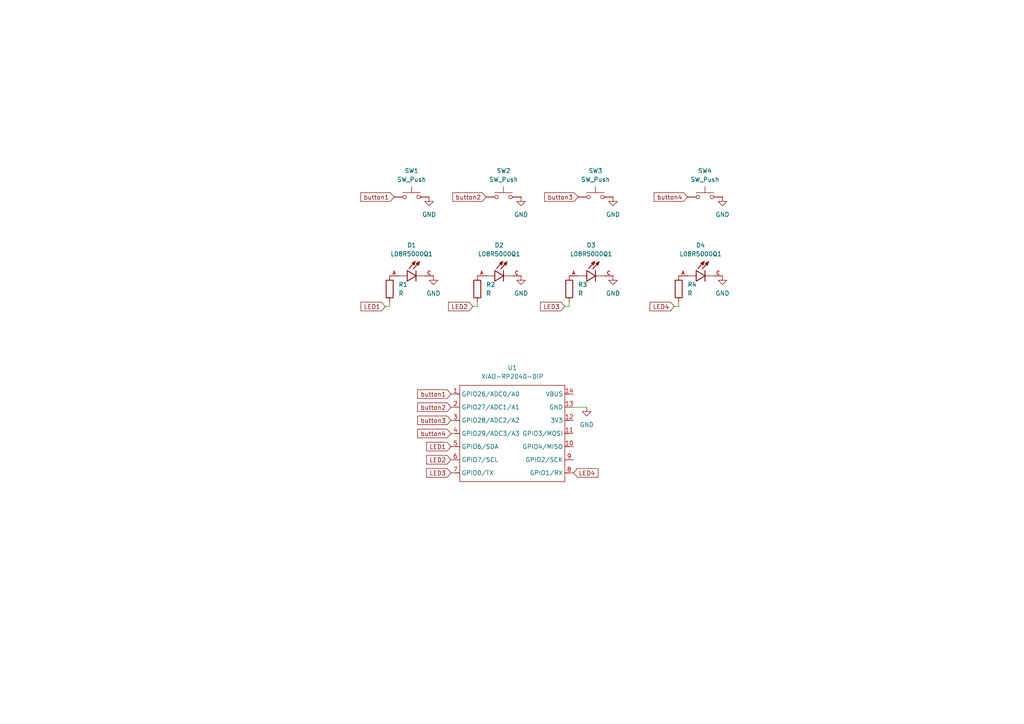
<source format=kicad_sch>
(kicad_sch
	(version 20250114)
	(generator "eeschema")
	(generator_version "9.0")
	(uuid "883f3e4b-8cf5-43e1-9543-89cbd9807772")
	(paper "A4")
	(lib_symbols
		(symbol "Device:R"
			(pin_numbers
				(hide yes)
			)
			(pin_names
				(offset 0)
			)
			(exclude_from_sim no)
			(in_bom yes)
			(on_board yes)
			(property "Reference" "R"
				(at 2.032 0 90)
				(effects
					(font
						(size 1.27 1.27)
					)
				)
			)
			(property "Value" "R"
				(at 0 0 90)
				(effects
					(font
						(size 1.27 1.27)
					)
				)
			)
			(property "Footprint" ""
				(at -1.778 0 90)
				(effects
					(font
						(size 1.27 1.27)
					)
					(hide yes)
				)
			)
			(property "Datasheet" "~"
				(at 0 0 0)
				(effects
					(font
						(size 1.27 1.27)
					)
					(hide yes)
				)
			)
			(property "Description" "Resistor"
				(at 0 0 0)
				(effects
					(font
						(size 1.27 1.27)
					)
					(hide yes)
				)
			)
			(property "ki_keywords" "R res resistor"
				(at 0 0 0)
				(effects
					(font
						(size 1.27 1.27)
					)
					(hide yes)
				)
			)
			(property "ki_fp_filters" "R_*"
				(at 0 0 0)
				(effects
					(font
						(size 1.27 1.27)
					)
					(hide yes)
				)
			)
			(symbol "R_0_1"
				(rectangle
					(start -1.016 -2.54)
					(end 1.016 2.54)
					(stroke
						(width 0.254)
						(type default)
					)
					(fill
						(type none)
					)
				)
			)
			(symbol "R_1_1"
				(pin passive line
					(at 0 3.81 270)
					(length 1.27)
					(name "~"
						(effects
							(font
								(size 1.27 1.27)
							)
						)
					)
					(number "1"
						(effects
							(font
								(size 1.27 1.27)
							)
						)
					)
				)
				(pin passive line
					(at 0 -3.81 90)
					(length 1.27)
					(name "~"
						(effects
							(font
								(size 1.27 1.27)
							)
						)
					)
					(number "2"
						(effects
							(font
								(size 1.27 1.27)
							)
						)
					)
				)
			)
			(embedded_fonts no)
		)
		(symbol "L08R5000Q1:L08R5000Q1"
			(pin_names
				(offset 1.016)
			)
			(exclude_from_sim no)
			(in_bom yes)
			(on_board yes)
			(property "Reference" "D"
				(at -3.0988 4.4958 0)
				(effects
					(font
						(size 1.27 1.27)
					)
					(justify left bottom)
				)
			)
			(property "Value" "L08R5000Q1"
				(at -3.556 -3.302 0)
				(effects
					(font
						(size 1.27 1.27)
					)
					(justify left bottom)
				)
			)
			(property "Footprint" "L08R5000Q1:LEDRD254W57D500H1070"
				(at 0 0 0)
				(effects
					(font
						(size 1.27 1.27)
					)
					(justify bottom)
					(hide yes)
				)
			)
			(property "Datasheet" ""
				(at 0 0 0)
				(effects
					(font
						(size 1.27 1.27)
					)
					(hide yes)
				)
			)
			(property "Description" ""
				(at 0 0 0)
				(effects
					(font
						(size 1.27 1.27)
					)
					(hide yes)
				)
			)
			(property "MF" "LED Technology"
				(at 0 0 0)
				(effects
					(font
						(size 1.27 1.27)
					)
					(justify bottom)
					(hide yes)
				)
			)
			(property "MAXIMUM_PACKAGE_HEIGHT" "10.7mm"
				(at 0 0 0)
				(effects
					(font
						(size 1.27 1.27)
					)
					(justify bottom)
					(hide yes)
				)
			)
			(property "Package" "None"
				(at 0 0 0)
				(effects
					(font
						(size 1.27 1.27)
					)
					(justify bottom)
					(hide yes)
				)
			)
			(property "Price" "None"
				(at 0 0 0)
				(effects
					(font
						(size 1.27 1.27)
					)
					(justify bottom)
					(hide yes)
				)
			)
			(property "Check_prices" "https://www.snapeda.com/parts/L08R5000Q1/LED+Technology/view-part/?ref=eda"
				(at 0 0 0)
				(effects
					(font
						(size 1.27 1.27)
					)
					(justify bottom)
					(hide yes)
				)
			)
			(property "STANDARD" "IPC-7351B"
				(at 0 0 0)
				(effects
					(font
						(size 1.27 1.27)
					)
					(justify bottom)
					(hide yes)
				)
			)
			(property "PARTREV" "NA"
				(at 0 0 0)
				(effects
					(font
						(size 1.27 1.27)
					)
					(justify bottom)
					(hide yes)
				)
			)
			(property "SnapEDA_Link" "https://www.snapeda.com/parts/L08R5000Q1/LED+Technology/view-part/?ref=snap"
				(at 0 0 0)
				(effects
					(font
						(size 1.27 1.27)
					)
					(justify bottom)
					(hide yes)
				)
			)
			(property "MP" "L08R5000Q1"
				(at 0 0 0)
				(effects
					(font
						(size 1.27 1.27)
					)
					(justify bottom)
					(hide yes)
				)
			)
			(property "Description_1" "LED, 5MM, ORANGE; LED / Lamp Size: 5mm / T-1 3/4; LED Colour: Orange; Typ Luminous Intensity: 4.3mcd; Viewing Angle: ..."
				(at 0 0 0)
				(effects
					(font
						(size 1.27 1.27)
					)
					(justify bottom)
					(hide yes)
				)
			)
			(property "Availability" "Not in stock"
				(at 0 0 0)
				(effects
					(font
						(size 1.27 1.27)
					)
					(justify bottom)
					(hide yes)
				)
			)
			(property "MANUFACTURER" "LED TECHNOLOGY"
				(at 0 0 0)
				(effects
					(font
						(size 1.27 1.27)
					)
					(justify bottom)
					(hide yes)
				)
			)
			(symbol "L08R5000Q1_0_0"
				(polyline
					(pts
						(xy -2.54 1.524) (xy -2.54 0)
					)
					(stroke
						(width 0.254)
						(type default)
					)
					(fill
						(type none)
					)
				)
				(polyline
					(pts
						(xy -2.54 0) (xy -5.08 0)
					)
					(stroke
						(width 0.1524)
						(type default)
					)
					(fill
						(type none)
					)
				)
				(polyline
					(pts
						(xy -2.54 0) (xy -2.54 -1.524)
					)
					(stroke
						(width 0.254)
						(type default)
					)
					(fill
						(type none)
					)
				)
				(polyline
					(pts
						(xy -2.54 -1.524) (xy 0 0)
					)
					(stroke
						(width 0.254)
						(type default)
					)
					(fill
						(type none)
					)
				)
				(polyline
					(pts
						(xy -1.1176 3.683) (xy -0.2286 4.1656)
					)
					(stroke
						(width 0.254)
						(type default)
					)
					(fill
						(type none)
					)
				)
				(polyline
					(pts
						(xy -0.9398 3.6068) (xy -0.7112 3.7592)
					)
					(stroke
						(width 0.254)
						(type default)
					)
					(fill
						(type none)
					)
				)
				(polyline
					(pts
						(xy -0.5588 3.2004) (xy -1.1176 3.683)
					)
					(stroke
						(width 0.254)
						(type default)
					)
					(fill
						(type none)
					)
				)
				(polyline
					(pts
						(xy -0.5588 3.2004) (xy -0.5334 3.937)
					)
					(stroke
						(width 0.254)
						(type default)
					)
					(fill
						(type none)
					)
				)
				(polyline
					(pts
						(xy -0.5334 3.937) (xy -0.6604 3.937)
					)
					(stroke
						(width 0.254)
						(type default)
					)
					(fill
						(type none)
					)
				)
				(polyline
					(pts
						(xy -0.2286 4.1656) (xy -2.0066 2.1336)
					)
					(stroke
						(width 0.254)
						(type default)
					)
					(fill
						(type none)
					)
				)
				(polyline
					(pts
						(xy -0.2286 4.1656) (xy -0.5588 3.2004)
					)
					(stroke
						(width 0.254)
						(type default)
					)
					(fill
						(type none)
					)
				)
				(polyline
					(pts
						(xy 0 1.524) (xy 0 0)
					)
					(stroke
						(width 0.254)
						(type default)
					)
					(fill
						(type none)
					)
				)
				(polyline
					(pts
						(xy 0 0) (xy -2.54 1.524)
					)
					(stroke
						(width 0.254)
						(type default)
					)
					(fill
						(type none)
					)
				)
				(polyline
					(pts
						(xy 0 0) (xy 0 -1.524)
					)
					(stroke
						(width 0.254)
						(type default)
					)
					(fill
						(type none)
					)
				)
				(polyline
					(pts
						(xy 0.127 3.5814) (xy 1.016 4.064)
					)
					(stroke
						(width 0.254)
						(type default)
					)
					(fill
						(type none)
					)
				)
				(polyline
					(pts
						(xy 0.3048 3.5052) (xy 0.5334 3.6576)
					)
					(stroke
						(width 0.254)
						(type default)
					)
					(fill
						(type none)
					)
				)
				(polyline
					(pts
						(xy 0.6858 3.0988) (xy 0.127 3.5814)
					)
					(stroke
						(width 0.254)
						(type default)
					)
					(fill
						(type none)
					)
				)
				(polyline
					(pts
						(xy 0.6858 3.0988) (xy 0.7112 3.8354)
					)
					(stroke
						(width 0.254)
						(type default)
					)
					(fill
						(type none)
					)
				)
				(polyline
					(pts
						(xy 0.7112 3.8354) (xy 0.5842 3.8354)
					)
					(stroke
						(width 0.254)
						(type default)
					)
					(fill
						(type none)
					)
				)
				(polyline
					(pts
						(xy 1.016 4.064) (xy -0.762 2.032)
					)
					(stroke
						(width 0.254)
						(type default)
					)
					(fill
						(type none)
					)
				)
				(polyline
					(pts
						(xy 1.016 4.064) (xy 0.6858 3.0988)
					)
					(stroke
						(width 0.254)
						(type default)
					)
					(fill
						(type none)
					)
				)
				(polyline
					(pts
						(xy 2.54 0) (xy 0 0)
					)
					(stroke
						(width 0.1524)
						(type default)
					)
					(fill
						(type none)
					)
				)
				(pin passive line
					(at -7.62 0 0)
					(length 2.54)
					(name "~"
						(effects
							(font
								(size 1.016 1.016)
							)
						)
					)
					(number "A"
						(effects
							(font
								(size 1.016 1.016)
							)
						)
					)
				)
				(pin passive line
					(at 5.08 0 180)
					(length 2.54)
					(name "~"
						(effects
							(font
								(size 1.016 1.016)
							)
						)
					)
					(number "C"
						(effects
							(font
								(size 1.016 1.016)
							)
						)
					)
				)
			)
			(embedded_fonts no)
		)
		(symbol "Seeed_Studio_XIAO_Series:XIAO-RP2040-DIP"
			(exclude_from_sim no)
			(in_bom yes)
			(on_board yes)
			(property "Reference" "U"
				(at 0 0 0)
				(effects
					(font
						(size 1.27 1.27)
					)
				)
			)
			(property "Value" "XIAO-RP2040-DIP"
				(at 5.334 -1.778 0)
				(effects
					(font
						(size 1.27 1.27)
					)
				)
			)
			(property "Footprint" "Module:MOUDLE14P-XIAO-DIP-SMD"
				(at 14.478 -32.258 0)
				(effects
					(font
						(size 1.27 1.27)
					)
					(hide yes)
				)
			)
			(property "Datasheet" ""
				(at 0 0 0)
				(effects
					(font
						(size 1.27 1.27)
					)
					(hide yes)
				)
			)
			(property "Description" ""
				(at 0 0 0)
				(effects
					(font
						(size 1.27 1.27)
					)
					(hide yes)
				)
			)
			(symbol "XIAO-RP2040-DIP_1_0"
				(polyline
					(pts
						(xy -1.27 -2.54) (xy 29.21 -2.54)
					)
					(stroke
						(width 0.1524)
						(type solid)
					)
					(fill
						(type none)
					)
				)
				(polyline
					(pts
						(xy -1.27 -5.08) (xy -2.54 -5.08)
					)
					(stroke
						(width 0.1524)
						(type solid)
					)
					(fill
						(type none)
					)
				)
				(polyline
					(pts
						(xy -1.27 -5.08) (xy -1.27 -2.54)
					)
					(stroke
						(width 0.1524)
						(type solid)
					)
					(fill
						(type none)
					)
				)
				(polyline
					(pts
						(xy -1.27 -8.89) (xy -2.54 -8.89)
					)
					(stroke
						(width 0.1524)
						(type solid)
					)
					(fill
						(type none)
					)
				)
				(polyline
					(pts
						(xy -1.27 -8.89) (xy -1.27 -5.08)
					)
					(stroke
						(width 0.1524)
						(type solid)
					)
					(fill
						(type none)
					)
				)
				(polyline
					(pts
						(xy -1.27 -12.7) (xy -2.54 -12.7)
					)
					(stroke
						(width 0.1524)
						(type solid)
					)
					(fill
						(type none)
					)
				)
				(polyline
					(pts
						(xy -1.27 -12.7) (xy -1.27 -8.89)
					)
					(stroke
						(width 0.1524)
						(type solid)
					)
					(fill
						(type none)
					)
				)
				(polyline
					(pts
						(xy -1.27 -16.51) (xy -2.54 -16.51)
					)
					(stroke
						(width 0.1524)
						(type solid)
					)
					(fill
						(type none)
					)
				)
				(polyline
					(pts
						(xy -1.27 -16.51) (xy -1.27 -12.7)
					)
					(stroke
						(width 0.1524)
						(type solid)
					)
					(fill
						(type none)
					)
				)
				(polyline
					(pts
						(xy -1.27 -20.32) (xy -2.54 -20.32)
					)
					(stroke
						(width 0.1524)
						(type solid)
					)
					(fill
						(type none)
					)
				)
				(polyline
					(pts
						(xy -1.27 -24.13) (xy -2.54 -24.13)
					)
					(stroke
						(width 0.1524)
						(type solid)
					)
					(fill
						(type none)
					)
				)
				(polyline
					(pts
						(xy -1.27 -27.94) (xy -2.54 -27.94)
					)
					(stroke
						(width 0.1524)
						(type solid)
					)
					(fill
						(type none)
					)
				)
				(polyline
					(pts
						(xy -1.27 -30.48) (xy -1.27 -16.51)
					)
					(stroke
						(width 0.1524)
						(type solid)
					)
					(fill
						(type none)
					)
				)
				(polyline
					(pts
						(xy 29.21 -2.54) (xy 29.21 -5.08)
					)
					(stroke
						(width 0.1524)
						(type solid)
					)
					(fill
						(type none)
					)
				)
				(polyline
					(pts
						(xy 29.21 -5.08) (xy 29.21 -8.89)
					)
					(stroke
						(width 0.1524)
						(type solid)
					)
					(fill
						(type none)
					)
				)
				(polyline
					(pts
						(xy 29.21 -8.89) (xy 29.21 -12.7)
					)
					(stroke
						(width 0.1524)
						(type solid)
					)
					(fill
						(type none)
					)
				)
				(polyline
					(pts
						(xy 29.21 -12.7) (xy 29.21 -30.48)
					)
					(stroke
						(width 0.1524)
						(type solid)
					)
					(fill
						(type none)
					)
				)
				(polyline
					(pts
						(xy 29.21 -30.48) (xy -1.27 -30.48)
					)
					(stroke
						(width 0.1524)
						(type solid)
					)
					(fill
						(type none)
					)
				)
				(polyline
					(pts
						(xy 30.48 -5.08) (xy 29.21 -5.08)
					)
					(stroke
						(width 0.1524)
						(type solid)
					)
					(fill
						(type none)
					)
				)
				(polyline
					(pts
						(xy 30.48 -8.89) (xy 29.21 -8.89)
					)
					(stroke
						(width 0.1524)
						(type solid)
					)
					(fill
						(type none)
					)
				)
				(polyline
					(pts
						(xy 30.48 -12.7) (xy 29.21 -12.7)
					)
					(stroke
						(width 0.1524)
						(type solid)
					)
					(fill
						(type none)
					)
				)
				(polyline
					(pts
						(xy 30.48 -16.51) (xy 29.21 -16.51)
					)
					(stroke
						(width 0.1524)
						(type solid)
					)
					(fill
						(type none)
					)
				)
				(polyline
					(pts
						(xy 30.48 -20.32) (xy 29.21 -20.32)
					)
					(stroke
						(width 0.1524)
						(type solid)
					)
					(fill
						(type none)
					)
				)
				(polyline
					(pts
						(xy 30.48 -24.13) (xy 29.21 -24.13)
					)
					(stroke
						(width 0.1524)
						(type solid)
					)
					(fill
						(type none)
					)
				)
				(polyline
					(pts
						(xy 30.48 -27.94) (xy 29.21 -27.94)
					)
					(stroke
						(width 0.1524)
						(type solid)
					)
					(fill
						(type none)
					)
				)
				(pin passive line
					(at -3.81 -5.08 0)
					(length 2.54)
					(name "GPIO26/ADC0/A0"
						(effects
							(font
								(size 1.27 1.27)
							)
						)
					)
					(number "1"
						(effects
							(font
								(size 1.27 1.27)
							)
						)
					)
				)
				(pin passive line
					(at -3.81 -8.89 0)
					(length 2.54)
					(name "GPIO27/ADC1/A1"
						(effects
							(font
								(size 1.27 1.27)
							)
						)
					)
					(number "2"
						(effects
							(font
								(size 1.27 1.27)
							)
						)
					)
				)
				(pin passive line
					(at -3.81 -12.7 0)
					(length 2.54)
					(name "GPIO28/ADC2/A2"
						(effects
							(font
								(size 1.27 1.27)
							)
						)
					)
					(number "3"
						(effects
							(font
								(size 1.27 1.27)
							)
						)
					)
				)
				(pin passive line
					(at -3.81 -16.51 0)
					(length 2.54)
					(name "GPIO29/ADC3/A3"
						(effects
							(font
								(size 1.27 1.27)
							)
						)
					)
					(number "4"
						(effects
							(font
								(size 1.27 1.27)
							)
						)
					)
				)
				(pin passive line
					(at -3.81 -20.32 0)
					(length 2.54)
					(name "GPIO6/SDA"
						(effects
							(font
								(size 1.27 1.27)
							)
						)
					)
					(number "5"
						(effects
							(font
								(size 1.27 1.27)
							)
						)
					)
				)
				(pin passive line
					(at -3.81 -24.13 0)
					(length 2.54)
					(name "GPIO7/SCL"
						(effects
							(font
								(size 1.27 1.27)
							)
						)
					)
					(number "6"
						(effects
							(font
								(size 1.27 1.27)
							)
						)
					)
				)
				(pin passive line
					(at -3.81 -27.94 0)
					(length 2.54)
					(name "GPIO0/TX"
						(effects
							(font
								(size 1.27 1.27)
							)
						)
					)
					(number "7"
						(effects
							(font
								(size 1.27 1.27)
							)
						)
					)
				)
				(pin passive line
					(at 31.75 -5.08 180)
					(length 2.54)
					(name "VBUS"
						(effects
							(font
								(size 1.27 1.27)
							)
						)
					)
					(number "14"
						(effects
							(font
								(size 1.27 1.27)
							)
						)
					)
				)
				(pin passive line
					(at 31.75 -8.89 180)
					(length 2.54)
					(name "GND"
						(effects
							(font
								(size 1.27 1.27)
							)
						)
					)
					(number "13"
						(effects
							(font
								(size 1.27 1.27)
							)
						)
					)
				)
				(pin passive line
					(at 31.75 -12.7 180)
					(length 2.54)
					(name "3V3"
						(effects
							(font
								(size 1.27 1.27)
							)
						)
					)
					(number "12"
						(effects
							(font
								(size 1.27 1.27)
							)
						)
					)
				)
				(pin passive line
					(at 31.75 -16.51 180)
					(length 2.54)
					(name "GPIO3/MOSI"
						(effects
							(font
								(size 1.27 1.27)
							)
						)
					)
					(number "11"
						(effects
							(font
								(size 1.27 1.27)
							)
						)
					)
				)
				(pin passive line
					(at 31.75 -20.32 180)
					(length 2.54)
					(name "GPIO4/MISO"
						(effects
							(font
								(size 1.27 1.27)
							)
						)
					)
					(number "10"
						(effects
							(font
								(size 1.27 1.27)
							)
						)
					)
				)
				(pin passive line
					(at 31.75 -24.13 180)
					(length 2.54)
					(name "GPIO2/SCK"
						(effects
							(font
								(size 1.27 1.27)
							)
						)
					)
					(number "9"
						(effects
							(font
								(size 1.27 1.27)
							)
						)
					)
				)
				(pin passive line
					(at 31.75 -27.94 180)
					(length 2.54)
					(name "GPIO1/RX"
						(effects
							(font
								(size 1.27 1.27)
							)
						)
					)
					(number "8"
						(effects
							(font
								(size 1.27 1.27)
							)
						)
					)
				)
			)
			(embedded_fonts no)
		)
		(symbol "Switch:SW_Push"
			(pin_numbers
				(hide yes)
			)
			(pin_names
				(offset 1.016)
				(hide yes)
			)
			(exclude_from_sim no)
			(in_bom yes)
			(on_board yes)
			(property "Reference" "SW"
				(at 1.27 2.54 0)
				(effects
					(font
						(size 1.27 1.27)
					)
					(justify left)
				)
			)
			(property "Value" "SW_Push"
				(at 0 -1.524 0)
				(effects
					(font
						(size 1.27 1.27)
					)
				)
			)
			(property "Footprint" ""
				(at 0 5.08 0)
				(effects
					(font
						(size 1.27 1.27)
					)
					(hide yes)
				)
			)
			(property "Datasheet" "~"
				(at 0 5.08 0)
				(effects
					(font
						(size 1.27 1.27)
					)
					(hide yes)
				)
			)
			(property "Description" "Push button switch, generic, two pins"
				(at 0 0 0)
				(effects
					(font
						(size 1.27 1.27)
					)
					(hide yes)
				)
			)
			(property "ki_keywords" "switch normally-open pushbutton push-button"
				(at 0 0 0)
				(effects
					(font
						(size 1.27 1.27)
					)
					(hide yes)
				)
			)
			(symbol "SW_Push_0_1"
				(circle
					(center -2.032 0)
					(radius 0.508)
					(stroke
						(width 0)
						(type default)
					)
					(fill
						(type none)
					)
				)
				(polyline
					(pts
						(xy 0 1.27) (xy 0 3.048)
					)
					(stroke
						(width 0)
						(type default)
					)
					(fill
						(type none)
					)
				)
				(circle
					(center 2.032 0)
					(radius 0.508)
					(stroke
						(width 0)
						(type default)
					)
					(fill
						(type none)
					)
				)
				(polyline
					(pts
						(xy 2.54 1.27) (xy -2.54 1.27)
					)
					(stroke
						(width 0)
						(type default)
					)
					(fill
						(type none)
					)
				)
				(pin passive line
					(at -5.08 0 0)
					(length 2.54)
					(name "1"
						(effects
							(font
								(size 1.27 1.27)
							)
						)
					)
					(number "1"
						(effects
							(font
								(size 1.27 1.27)
							)
						)
					)
				)
				(pin passive line
					(at 5.08 0 180)
					(length 2.54)
					(name "2"
						(effects
							(font
								(size 1.27 1.27)
							)
						)
					)
					(number "2"
						(effects
							(font
								(size 1.27 1.27)
							)
						)
					)
				)
			)
			(embedded_fonts no)
		)
		(symbol "power:GND"
			(power)
			(pin_numbers
				(hide yes)
			)
			(pin_names
				(offset 0)
				(hide yes)
			)
			(exclude_from_sim no)
			(in_bom yes)
			(on_board yes)
			(property "Reference" "#PWR"
				(at 0 -6.35 0)
				(effects
					(font
						(size 1.27 1.27)
					)
					(hide yes)
				)
			)
			(property "Value" "GND"
				(at 0 -3.81 0)
				(effects
					(font
						(size 1.27 1.27)
					)
				)
			)
			(property "Footprint" ""
				(at 0 0 0)
				(effects
					(font
						(size 1.27 1.27)
					)
					(hide yes)
				)
			)
			(property "Datasheet" ""
				(at 0 0 0)
				(effects
					(font
						(size 1.27 1.27)
					)
					(hide yes)
				)
			)
			(property "Description" "Power symbol creates a global label with name \"GND\" , ground"
				(at 0 0 0)
				(effects
					(font
						(size 1.27 1.27)
					)
					(hide yes)
				)
			)
			(property "ki_keywords" "global power"
				(at 0 0 0)
				(effects
					(font
						(size 1.27 1.27)
					)
					(hide yes)
				)
			)
			(symbol "GND_0_1"
				(polyline
					(pts
						(xy 0 0) (xy 0 -1.27) (xy 1.27 -1.27) (xy 0 -2.54) (xy -1.27 -1.27) (xy 0 -1.27)
					)
					(stroke
						(width 0)
						(type default)
					)
					(fill
						(type none)
					)
				)
			)
			(symbol "GND_1_1"
				(pin power_in line
					(at 0 0 270)
					(length 0)
					(name "~"
						(effects
							(font
								(size 1.27 1.27)
							)
						)
					)
					(number "1"
						(effects
							(font
								(size 1.27 1.27)
							)
						)
					)
				)
			)
			(embedded_fonts no)
		)
	)
	(wire
		(pts
			(xy 195.58 88.9) (xy 196.85 88.9)
		)
		(stroke
			(width 0)
			(type default)
		)
		(uuid "21829287-783c-4587-9cc2-d76d5a2f698f")
	)
	(wire
		(pts
			(xy 111.76 88.9) (xy 113.03 88.9)
		)
		(stroke
			(width 0)
			(type default)
		)
		(uuid "2c2a089a-80f6-4e68-a61e-6cbad0692261")
	)
	(wire
		(pts
			(xy 196.85 88.9) (xy 196.85 87.63)
		)
		(stroke
			(width 0)
			(type default)
		)
		(uuid "4e25ba90-2e63-4f0f-9797-c535625a1b11")
	)
	(wire
		(pts
			(xy 137.16 88.9) (xy 138.43 88.9)
		)
		(stroke
			(width 0)
			(type default)
		)
		(uuid "5ac5caa8-c025-4ee1-ae9d-da9183005014")
	)
	(wire
		(pts
			(xy 165.1 88.9) (xy 165.1 87.63)
		)
		(stroke
			(width 0)
			(type default)
		)
		(uuid "9104534c-235d-4aa1-b805-76e144a27de7")
	)
	(wire
		(pts
			(xy 113.03 88.9) (xy 113.03 87.63)
		)
		(stroke
			(width 0)
			(type default)
		)
		(uuid "b4b5ca11-fd3e-4ce6-a355-300fe1e945e5")
	)
	(wire
		(pts
			(xy 138.43 88.9) (xy 138.43 87.63)
		)
		(stroke
			(width 0)
			(type default)
		)
		(uuid "b7d50400-f5a5-48b1-84ad-23293e2291a3")
	)
	(wire
		(pts
			(xy 163.83 88.9) (xy 165.1 88.9)
		)
		(stroke
			(width 0)
			(type default)
		)
		(uuid "f881d46b-fd48-4598-be0f-91500270d785")
	)
	(wire
		(pts
			(xy 170.18 118.11) (xy 166.37 118.11)
		)
		(stroke
			(width 0)
			(type default)
		)
		(uuid "fd816494-e8c4-4f59-baf8-c3dcded227cf")
	)
	(global_label "LED4"
		(shape input)
		(at 166.37 137.16 0)
		(fields_autoplaced yes)
		(effects
			(font
				(size 1.27 1.27)
			)
			(justify left)
		)
		(uuid "0000d01e-a1a5-42c6-bd48-353c01fa9153")
		(property "Intersheetrefs" "${INTERSHEET_REFS}"
			(at 174.0118 137.16 0)
			(effects
				(font
					(size 1.27 1.27)
				)
				(justify left)
				(hide yes)
			)
		)
	)
	(global_label "button1"
		(shape input)
		(at 130.81 114.3 180)
		(fields_autoplaced yes)
		(effects
			(font
				(size 1.27 1.27)
			)
			(justify right)
		)
		(uuid "23a18671-ed80-4721-9285-1df10c44d57b")
		(property "Intersheetrefs" "${INTERSHEET_REFS}"
			(at 120.5679 114.3 0)
			(effects
				(font
					(size 1.27 1.27)
				)
				(justify right)
				(hide yes)
			)
		)
	)
	(global_label "button1"
		(shape input)
		(at 114.3 57.15 180)
		(fields_autoplaced yes)
		(effects
			(font
				(size 1.27 1.27)
			)
			(justify right)
		)
		(uuid "25bab6b1-04a2-4759-b377-e88d588b80bc")
		(property "Intersheetrefs" "${INTERSHEET_REFS}"
			(at 104.0579 57.15 0)
			(effects
				(font
					(size 1.27 1.27)
				)
				(justify right)
				(hide yes)
			)
		)
	)
	(global_label "LED3"
		(shape input)
		(at 130.81 137.16 180)
		(fields_autoplaced yes)
		(effects
			(font
				(size 1.27 1.27)
			)
			(justify right)
		)
		(uuid "26ea9f6a-89eb-483c-8d3d-24eff2f43f31")
		(property "Intersheetrefs" "${INTERSHEET_REFS}"
			(at 123.1682 137.16 0)
			(effects
				(font
					(size 1.27 1.27)
				)
				(justify right)
				(hide yes)
			)
		)
	)
	(global_label "button2"
		(shape input)
		(at 130.81 118.11 180)
		(fields_autoplaced yes)
		(effects
			(font
				(size 1.27 1.27)
			)
			(justify right)
		)
		(uuid "2beef77a-b416-4e3f-8e11-61119a8eff5d")
		(property "Intersheetrefs" "${INTERSHEET_REFS}"
			(at 120.5679 118.11 0)
			(effects
				(font
					(size 1.27 1.27)
				)
				(justify right)
				(hide yes)
			)
		)
	)
	(global_label "button3"
		(shape input)
		(at 130.81 121.92 180)
		(fields_autoplaced yes)
		(effects
			(font
				(size 1.27 1.27)
			)
			(justify right)
		)
		(uuid "2cb25752-0f8f-4a67-82fd-8998fcaaa258")
		(property "Intersheetrefs" "${INTERSHEET_REFS}"
			(at 120.5679 121.92 0)
			(effects
				(font
					(size 1.27 1.27)
				)
				(justify right)
				(hide yes)
			)
		)
	)
	(global_label "LED2"
		(shape input)
		(at 130.81 133.35 180)
		(fields_autoplaced yes)
		(effects
			(font
				(size 1.27 1.27)
			)
			(justify right)
		)
		(uuid "373b83b1-c361-417a-a0f6-e562378b99b7")
		(property "Intersheetrefs" "${INTERSHEET_REFS}"
			(at 123.1682 133.35 0)
			(effects
				(font
					(size 1.27 1.27)
				)
				(justify right)
				(hide yes)
			)
		)
	)
	(global_label "LED3"
		(shape input)
		(at 163.83 88.9 180)
		(fields_autoplaced yes)
		(effects
			(font
				(size 1.27 1.27)
			)
			(justify right)
		)
		(uuid "3e01ee87-2192-4479-9ba9-14870b642dbf")
		(property "Intersheetrefs" "${INTERSHEET_REFS}"
			(at 156.1882 88.9 0)
			(effects
				(font
					(size 1.27 1.27)
				)
				(justify right)
				(hide yes)
			)
		)
	)
	(global_label "LED2"
		(shape input)
		(at 137.16 88.9 180)
		(fields_autoplaced yes)
		(effects
			(font
				(size 1.27 1.27)
			)
			(justify right)
		)
		(uuid "4cc1cc1f-9ddb-4a45-9c9f-1a33c18712c1")
		(property "Intersheetrefs" "${INTERSHEET_REFS}"
			(at 129.5182 88.9 0)
			(effects
				(font
					(size 1.27 1.27)
				)
				(justify right)
				(hide yes)
			)
		)
	)
	(global_label "button4"
		(shape input)
		(at 130.81 125.73 180)
		(fields_autoplaced yes)
		(effects
			(font
				(size 1.27 1.27)
			)
			(justify right)
		)
		(uuid "509b8aa3-5298-41e6-a14b-67a4a39fcfc6")
		(property "Intersheetrefs" "${INTERSHEET_REFS}"
			(at 120.5679 125.73 0)
			(effects
				(font
					(size 1.27 1.27)
				)
				(justify right)
				(hide yes)
			)
		)
	)
	(global_label "button2"
		(shape input)
		(at 140.97 57.15 180)
		(fields_autoplaced yes)
		(effects
			(font
				(size 1.27 1.27)
			)
			(justify right)
		)
		(uuid "52366ccb-b667-41e6-bc23-8914ad533d8d")
		(property "Intersheetrefs" "${INTERSHEET_REFS}"
			(at 130.7279 57.15 0)
			(effects
				(font
					(size 1.27 1.27)
				)
				(justify right)
				(hide yes)
			)
		)
	)
	(global_label "LED1"
		(shape input)
		(at 111.76 88.9 180)
		(fields_autoplaced yes)
		(effects
			(font
				(size 1.27 1.27)
			)
			(justify right)
		)
		(uuid "8959e9cf-ba33-4153-854e-3a5a9d0a58df")
		(property "Intersheetrefs" "${INTERSHEET_REFS}"
			(at 104.1182 88.9 0)
			(effects
				(font
					(size 1.27 1.27)
				)
				(justify right)
				(hide yes)
			)
		)
	)
	(global_label "button3"
		(shape input)
		(at 167.64 57.15 180)
		(fields_autoplaced yes)
		(effects
			(font
				(size 1.27 1.27)
			)
			(justify right)
		)
		(uuid "a903530e-86e1-42a1-91d5-15651df0fe1a")
		(property "Intersheetrefs" "${INTERSHEET_REFS}"
			(at 157.3979 57.15 0)
			(effects
				(font
					(size 1.27 1.27)
				)
				(justify right)
				(hide yes)
			)
		)
	)
	(global_label "button4"
		(shape input)
		(at 199.39 57.15 180)
		(fields_autoplaced yes)
		(effects
			(font
				(size 1.27 1.27)
			)
			(justify right)
		)
		(uuid "b88a4232-ce3b-4e86-9b1d-30b98ee1d0d3")
		(property "Intersheetrefs" "${INTERSHEET_REFS}"
			(at 189.1479 57.15 0)
			(effects
				(font
					(size 1.27 1.27)
				)
				(justify right)
				(hide yes)
			)
		)
	)
	(global_label "LED4"
		(shape input)
		(at 195.58 88.9 180)
		(fields_autoplaced yes)
		(effects
			(font
				(size 1.27 1.27)
			)
			(justify right)
		)
		(uuid "cc33aea5-21db-4e74-b493-65093443dd44")
		(property "Intersheetrefs" "${INTERSHEET_REFS}"
			(at 187.9382 88.9 0)
			(effects
				(font
					(size 1.27 1.27)
				)
				(justify right)
				(hide yes)
			)
		)
	)
	(global_label "LED1"
		(shape input)
		(at 130.81 129.54 180)
		(fields_autoplaced yes)
		(effects
			(font
				(size 1.27 1.27)
			)
			(justify right)
		)
		(uuid "d3147957-b959-4917-b47c-ca17f2902e79")
		(property "Intersheetrefs" "${INTERSHEET_REFS}"
			(at 123.1682 129.54 0)
			(effects
				(font
					(size 1.27 1.27)
				)
				(justify right)
				(hide yes)
			)
		)
	)
	(symbol
		(lib_id "Device:R")
		(at 113.03 83.82 0)
		(unit 1)
		(exclude_from_sim no)
		(in_bom yes)
		(on_board yes)
		(dnp no)
		(fields_autoplaced yes)
		(uuid "090d0142-f798-435d-93e4-1b4ad81e1be0")
		(property "Reference" "R1"
			(at 115.57 82.5499 0)
			(effects
				(font
					(size 1.27 1.27)
				)
				(justify left)
			)
		)
		(property "Value" "R"
			(at 115.57 85.0899 0)
			(effects
				(font
					(size 1.27 1.27)
				)
				(justify left)
			)
		)
		(property "Footprint" "Resistor_THT:R_Axial_DIN0204_L3.6mm_D1.6mm_P5.08mm_Horizontal"
			(at 111.252 83.82 90)
			(effects
				(font
					(size 1.27 1.27)
				)
				(hide yes)
			)
		)
		(property "Datasheet" "~"
			(at 113.03 83.82 0)
			(effects
				(font
					(size 1.27 1.27)
				)
				(hide yes)
			)
		)
		(property "Description" "Resistor"
			(at 113.03 83.82 0)
			(effects
				(font
					(size 1.27 1.27)
				)
				(hide yes)
			)
		)
		(pin "1"
			(uuid "b1e53adc-6d1f-4e34-8ad9-1b84cba11571")
		)
		(pin "2"
			(uuid "f5d75b91-1adb-479e-8fef-5b25ed1bb1d2")
		)
		(instances
			(project ""
				(path "/883f3e4b-8cf5-43e1-9543-89cbd9807772"
					(reference "R1")
					(unit 1)
				)
			)
		)
	)
	(symbol
		(lib_id "L08R5000Q1:L08R5000Q1")
		(at 172.72 80.01 0)
		(unit 1)
		(exclude_from_sim no)
		(in_bom yes)
		(on_board yes)
		(dnp no)
		(fields_autoplaced yes)
		(uuid "0f8f631a-7426-4c99-b408-7dd8c07fd131")
		(property "Reference" "D3"
			(at 171.45 71.12 0)
			(effects
				(font
					(size 1.27 1.27)
				)
			)
		)
		(property "Value" "L08R5000Q1"
			(at 171.45 73.66 0)
			(effects
				(font
					(size 1.27 1.27)
				)
			)
		)
		(property "Footprint" "footprints:LEDRD254W57D500H1070"
			(at 172.72 80.01 0)
			(effects
				(font
					(size 1.27 1.27)
				)
				(justify bottom)
				(hide yes)
			)
		)
		(property "Datasheet" ""
			(at 172.72 80.01 0)
			(effects
				(font
					(size 1.27 1.27)
				)
				(hide yes)
			)
		)
		(property "Description" ""
			(at 172.72 80.01 0)
			(effects
				(font
					(size 1.27 1.27)
				)
				(hide yes)
			)
		)
		(property "MF" "LED Technology"
			(at 172.72 80.01 0)
			(effects
				(font
					(size 1.27 1.27)
				)
				(justify bottom)
				(hide yes)
			)
		)
		(property "MAXIMUM_PACKAGE_HEIGHT" "10.7mm"
			(at 172.72 80.01 0)
			(effects
				(font
					(size 1.27 1.27)
				)
				(justify bottom)
				(hide yes)
			)
		)
		(property "Package" "None"
			(at 172.72 80.01 0)
			(effects
				(font
					(size 1.27 1.27)
				)
				(justify bottom)
				(hide yes)
			)
		)
		(property "Price" "None"
			(at 172.72 80.01 0)
			(effects
				(font
					(size 1.27 1.27)
				)
				(justify bottom)
				(hide yes)
			)
		)
		(property "Check_prices" "https://www.snapeda.com/parts/L08R5000Q1/LED+Technology/view-part/?ref=eda"
			(at 172.72 80.01 0)
			(effects
				(font
					(size 1.27 1.27)
				)
				(justify bottom)
				(hide yes)
			)
		)
		(property "STANDARD" "IPC-7351B"
			(at 172.72 80.01 0)
			(effects
				(font
					(size 1.27 1.27)
				)
				(justify bottom)
				(hide yes)
			)
		)
		(property "PARTREV" "NA"
			(at 172.72 80.01 0)
			(effects
				(font
					(size 1.27 1.27)
				)
				(justify bottom)
				(hide yes)
			)
		)
		(property "SnapEDA_Link" "https://www.snapeda.com/parts/L08R5000Q1/LED+Technology/view-part/?ref=snap"
			(at 172.72 80.01 0)
			(effects
				(font
					(size 1.27 1.27)
				)
				(justify bottom)
				(hide yes)
			)
		)
		(property "MP" "L08R5000Q1"
			(at 172.72 80.01 0)
			(effects
				(font
					(size 1.27 1.27)
				)
				(justify bottom)
				(hide yes)
			)
		)
		(property "Description_1" "LED, 5MM, ORANGE; LED / Lamp Size: 5mm / T-1 3/4; LED Colour: Orange; Typ Luminous Intensity: 4.3mcd; Viewing Angle: ..."
			(at 172.72 80.01 0)
			(effects
				(font
					(size 1.27 1.27)
				)
				(justify bottom)
				(hide yes)
			)
		)
		(property "Availability" "Not in stock"
			(at 172.72 80.01 0)
			(effects
				(font
					(size 1.27 1.27)
				)
				(justify bottom)
				(hide yes)
			)
		)
		(property "MANUFACTURER" "LED TECHNOLOGY"
			(at 172.72 80.01 0)
			(effects
				(font
					(size 1.27 1.27)
				)
				(justify bottom)
				(hide yes)
			)
		)
		(pin "C"
			(uuid "8a115cac-9d81-4374-87bd-c4591f84684f")
		)
		(pin "A"
			(uuid "00bdb99d-53f9-4eaf-a9c3-ddcb4df835dd")
		)
		(instances
			(project ""
				(path "/883f3e4b-8cf5-43e1-9543-89cbd9807772"
					(reference "D3")
					(unit 1)
				)
			)
		)
	)
	(symbol
		(lib_id "power:GND")
		(at 209.55 57.15 0)
		(unit 1)
		(exclude_from_sim no)
		(in_bom yes)
		(on_board yes)
		(dnp no)
		(fields_autoplaced yes)
		(uuid "10e8f647-a99e-44e9-bfe3-ff709740ad8d")
		(property "Reference" "#PWR08"
			(at 209.55 63.5 0)
			(effects
				(font
					(size 1.27 1.27)
				)
				(hide yes)
			)
		)
		(property "Value" "GND"
			(at 209.55 62.23 0)
			(effects
				(font
					(size 1.27 1.27)
				)
			)
		)
		(property "Footprint" ""
			(at 209.55 57.15 0)
			(effects
				(font
					(size 1.27 1.27)
				)
				(hide yes)
			)
		)
		(property "Datasheet" ""
			(at 209.55 57.15 0)
			(effects
				(font
					(size 1.27 1.27)
				)
				(hide yes)
			)
		)
		(property "Description" "Power symbol creates a global label with name \"GND\" , ground"
			(at 209.55 57.15 0)
			(effects
				(font
					(size 1.27 1.27)
				)
				(hide yes)
			)
		)
		(pin "1"
			(uuid "ab78cfd3-8e84-4f44-bd8e-fe681f59531a")
		)
		(instances
			(project "pathfinderKey-Cuts"
				(path "/883f3e4b-8cf5-43e1-9543-89cbd9807772"
					(reference "#PWR08")
					(unit 1)
				)
			)
		)
	)
	(symbol
		(lib_id "power:GND")
		(at 177.8 57.15 0)
		(unit 1)
		(exclude_from_sim no)
		(in_bom yes)
		(on_board yes)
		(dnp no)
		(fields_autoplaced yes)
		(uuid "25ab72c5-ff5b-49eb-b64b-1848a3fd20d6")
		(property "Reference" "#PWR06"
			(at 177.8 63.5 0)
			(effects
				(font
					(size 1.27 1.27)
				)
				(hide yes)
			)
		)
		(property "Value" "GND"
			(at 177.8 62.23 0)
			(effects
				(font
					(size 1.27 1.27)
				)
			)
		)
		(property "Footprint" ""
			(at 177.8 57.15 0)
			(effects
				(font
					(size 1.27 1.27)
				)
				(hide yes)
			)
		)
		(property "Datasheet" ""
			(at 177.8 57.15 0)
			(effects
				(font
					(size 1.27 1.27)
				)
				(hide yes)
			)
		)
		(property "Description" "Power symbol creates a global label with name \"GND\" , ground"
			(at 177.8 57.15 0)
			(effects
				(font
					(size 1.27 1.27)
				)
				(hide yes)
			)
		)
		(pin "1"
			(uuid "17df9620-1c37-4c2c-8d3c-ea658a7b8ba1")
		)
		(instances
			(project ""
				(path "/883f3e4b-8cf5-43e1-9543-89cbd9807772"
					(reference "#PWR06")
					(unit 1)
				)
			)
		)
	)
	(symbol
		(lib_id "Seeed_Studio_XIAO_Series:XIAO-RP2040-DIP")
		(at 134.62 109.22 0)
		(unit 1)
		(exclude_from_sim no)
		(in_bom yes)
		(on_board yes)
		(dnp no)
		(fields_autoplaced yes)
		(uuid "2b382653-cf6c-41d4-876a-c7bf6a428300")
		(property "Reference" "U1"
			(at 148.59 106.68 0)
			(effects
				(font
					(size 1.27 1.27)
				)
			)
		)
		(property "Value" "XIAO-RP2040-DIP"
			(at 148.59 109.22 0)
			(effects
				(font
					(size 1.27 1.27)
				)
			)
		)
		(property "Footprint" "footprints:XIAO-RP2040-DIP"
			(at 149.098 141.478 0)
			(effects
				(font
					(size 1.27 1.27)
				)
				(hide yes)
			)
		)
		(property "Datasheet" ""
			(at 134.62 109.22 0)
			(effects
				(font
					(size 1.27 1.27)
				)
				(hide yes)
			)
		)
		(property "Description" ""
			(at 134.62 109.22 0)
			(effects
				(font
					(size 1.27 1.27)
				)
				(hide yes)
			)
		)
		(pin "11"
			(uuid "97cd3787-cab8-4db3-aefc-dafd48a80685")
		)
		(pin "13"
			(uuid "a2852727-e853-4bfc-9027-a292196bc654")
		)
		(pin "4"
			(uuid "e00bf796-431b-4970-bef3-2830719997d9")
		)
		(pin "7"
			(uuid "4edc46ff-0344-4b76-b959-ede8d4634378")
		)
		(pin "9"
			(uuid "8aace23d-2bf6-4f8b-ad61-06d5aac1b33c")
		)
		(pin "5"
			(uuid "4515a131-fdd8-4501-a9c9-12c4680fc628")
		)
		(pin "10"
			(uuid "c4603b6f-1af1-4804-8a41-54c8ede97933")
		)
		(pin "6"
			(uuid "0b5f1a49-95ef-4f57-98d2-ad50e4e7133f")
		)
		(pin "14"
			(uuid "f1ac7f20-1625-4ba3-93e8-b4bc1a06b222")
		)
		(pin "1"
			(uuid "2e1e068c-deab-4333-a242-b36156c8a9b7")
		)
		(pin "2"
			(uuid "3b6f8b6f-0114-408d-9c7a-691e4afef5be")
		)
		(pin "3"
			(uuid "d0676f5e-9383-417b-924b-09c82dc2eff6")
		)
		(pin "12"
			(uuid "7a226004-2aa9-47e8-90bd-3b6d7e7aed43")
		)
		(pin "8"
			(uuid "1bde13d7-d03d-4caa-8c4c-bdd5f5d4b614")
		)
		(instances
			(project ""
				(path "/883f3e4b-8cf5-43e1-9543-89cbd9807772"
					(reference "U1")
					(unit 1)
				)
			)
		)
	)
	(symbol
		(lib_id "L08R5000Q1:L08R5000Q1")
		(at 204.47 80.01 0)
		(unit 1)
		(exclude_from_sim no)
		(in_bom yes)
		(on_board yes)
		(dnp no)
		(fields_autoplaced yes)
		(uuid "370a0e54-abc0-4617-9694-d3d358edd258")
		(property "Reference" "D4"
			(at 203.2 71.12 0)
			(effects
				(font
					(size 1.27 1.27)
				)
			)
		)
		(property "Value" "L08R5000Q1"
			(at 203.2 73.66 0)
			(effects
				(font
					(size 1.27 1.27)
				)
			)
		)
		(property "Footprint" "footprints:LEDRD254W57D500H1070"
			(at 204.47 80.01 0)
			(effects
				(font
					(size 1.27 1.27)
				)
				(justify bottom)
				(hide yes)
			)
		)
		(property "Datasheet" ""
			(at 204.47 80.01 0)
			(effects
				(font
					(size 1.27 1.27)
				)
				(hide yes)
			)
		)
		(property "Description" ""
			(at 204.47 80.01 0)
			(effects
				(font
					(size 1.27 1.27)
				)
				(hide yes)
			)
		)
		(property "MF" "LED Technology"
			(at 204.47 80.01 0)
			(effects
				(font
					(size 1.27 1.27)
				)
				(justify bottom)
				(hide yes)
			)
		)
		(property "MAXIMUM_PACKAGE_HEIGHT" "10.7mm"
			(at 204.47 80.01 0)
			(effects
				(font
					(size 1.27 1.27)
				)
				(justify bottom)
				(hide yes)
			)
		)
		(property "Package" "None"
			(at 204.47 80.01 0)
			(effects
				(font
					(size 1.27 1.27)
				)
				(justify bottom)
				(hide yes)
			)
		)
		(property "Price" "None"
			(at 204.47 80.01 0)
			(effects
				(font
					(size 1.27 1.27)
				)
				(justify bottom)
				(hide yes)
			)
		)
		(property "Check_prices" "https://www.snapeda.com/parts/L08R5000Q1/LED+Technology/view-part/?ref=eda"
			(at 204.47 80.01 0)
			(effects
				(font
					(size 1.27 1.27)
				)
				(justify bottom)
				(hide yes)
			)
		)
		(property "STANDARD" "IPC-7351B"
			(at 204.47 80.01 0)
			(effects
				(font
					(size 1.27 1.27)
				)
				(justify bottom)
				(hide yes)
			)
		)
		(property "PARTREV" "NA"
			(at 204.47 80.01 0)
			(effects
				(font
					(size 1.27 1.27)
				)
				(justify bottom)
				(hide yes)
			)
		)
		(property "SnapEDA_Link" "https://www.snapeda.com/parts/L08R5000Q1/LED+Technology/view-part/?ref=snap"
			(at 204.47 80.01 0)
			(effects
				(font
					(size 1.27 1.27)
				)
				(justify bottom)
				(hide yes)
			)
		)
		(property "MP" "L08R5000Q1"
			(at 204.47 80.01 0)
			(effects
				(font
					(size 1.27 1.27)
				)
				(justify bottom)
				(hide yes)
			)
		)
		(property "Description_1" "LED, 5MM, ORANGE; LED / Lamp Size: 5mm / T-1 3/4; LED Colour: Orange; Typ Luminous Intensity: 4.3mcd; Viewing Angle: ..."
			(at 204.47 80.01 0)
			(effects
				(font
					(size 1.27 1.27)
				)
				(justify bottom)
				(hide yes)
			)
		)
		(property "Availability" "Not in stock"
			(at 204.47 80.01 0)
			(effects
				(font
					(size 1.27 1.27)
				)
				(justify bottom)
				(hide yes)
			)
		)
		(property "MANUFACTURER" "LED TECHNOLOGY"
			(at 204.47 80.01 0)
			(effects
				(font
					(size 1.27 1.27)
				)
				(justify bottom)
				(hide yes)
			)
		)
		(pin "C"
			(uuid "2a392060-2b07-4dcf-8dc8-64f45a5a511d")
		)
		(pin "A"
			(uuid "cbbc49e4-fc97-438e-b73e-8cdeff08091a")
		)
		(instances
			(project "pathfinderKey-Cuts"
				(path "/883f3e4b-8cf5-43e1-9543-89cbd9807772"
					(reference "D4")
					(unit 1)
				)
			)
		)
	)
	(symbol
		(lib_id "Switch:SW_Push")
		(at 119.38 57.15 0)
		(unit 1)
		(exclude_from_sim no)
		(in_bom yes)
		(on_board yes)
		(dnp no)
		(fields_autoplaced yes)
		(uuid "418522f4-fac5-46ed-a097-5a4acfc06cc1")
		(property "Reference" "SW1"
			(at 119.38 49.53 0)
			(effects
				(font
					(size 1.27 1.27)
				)
			)
		)
		(property "Value" "SW_Push"
			(at 119.38 52.07 0)
			(effects
				(font
					(size 1.27 1.27)
				)
			)
		)
		(property "Footprint" "Button_Switch_Keyboard:SW_Cherry_MX_1.00u_PCB"
			(at 119.38 52.07 0)
			(effects
				(font
					(size 1.27 1.27)
				)
				(hide yes)
			)
		)
		(property "Datasheet" "~"
			(at 119.38 52.07 0)
			(effects
				(font
					(size 1.27 1.27)
				)
				(hide yes)
			)
		)
		(property "Description" "Push button switch, generic, two pins"
			(at 119.38 57.15 0)
			(effects
				(font
					(size 1.27 1.27)
				)
				(hide yes)
			)
		)
		(pin "1"
			(uuid "9989387b-0645-40bb-9847-dc1004c90b6e")
		)
		(pin "2"
			(uuid "781a6f89-60a5-4dd1-89a3-021c4c51f2d8")
		)
		(instances
			(project ""
				(path "/883f3e4b-8cf5-43e1-9543-89cbd9807772"
					(reference "SW1")
					(unit 1)
				)
			)
		)
	)
	(symbol
		(lib_id "power:GND")
		(at 151.13 80.01 0)
		(unit 1)
		(exclude_from_sim no)
		(in_bom yes)
		(on_board yes)
		(dnp no)
		(fields_autoplaced yes)
		(uuid "47562f5f-3267-42f9-9289-151c2ea70976")
		(property "Reference" "#PWR02"
			(at 151.13 86.36 0)
			(effects
				(font
					(size 1.27 1.27)
				)
				(hide yes)
			)
		)
		(property "Value" "GND"
			(at 151.13 85.09 0)
			(effects
				(font
					(size 1.27 1.27)
				)
			)
		)
		(property "Footprint" ""
			(at 151.13 80.01 0)
			(effects
				(font
					(size 1.27 1.27)
				)
				(hide yes)
			)
		)
		(property "Datasheet" ""
			(at 151.13 80.01 0)
			(effects
				(font
					(size 1.27 1.27)
				)
				(hide yes)
			)
		)
		(property "Description" "Power symbol creates a global label with name \"GND\" , ground"
			(at 151.13 80.01 0)
			(effects
				(font
					(size 1.27 1.27)
				)
				(hide yes)
			)
		)
		(pin "1"
			(uuid "17df9620-1c37-4c2c-8d3c-ea658a7b8ba2")
		)
		(instances
			(project ""
				(path "/883f3e4b-8cf5-43e1-9543-89cbd9807772"
					(reference "#PWR02")
					(unit 1)
				)
			)
		)
	)
	(symbol
		(lib_id "power:GND")
		(at 170.18 118.11 0)
		(unit 1)
		(exclude_from_sim no)
		(in_bom yes)
		(on_board yes)
		(dnp no)
		(fields_autoplaced yes)
		(uuid "63abc74c-a306-426e-9770-14d6b1056871")
		(property "Reference" "#PWR07"
			(at 170.18 124.46 0)
			(effects
				(font
					(size 1.27 1.27)
				)
				(hide yes)
			)
		)
		(property "Value" "GND"
			(at 170.18 123.19 0)
			(effects
				(font
					(size 1.27 1.27)
				)
			)
		)
		(property "Footprint" ""
			(at 170.18 118.11 0)
			(effects
				(font
					(size 1.27 1.27)
				)
				(hide yes)
			)
		)
		(property "Datasheet" ""
			(at 170.18 118.11 0)
			(effects
				(font
					(size 1.27 1.27)
				)
				(hide yes)
			)
		)
		(property "Description" "Power symbol creates a global label with name \"GND\" , ground"
			(at 170.18 118.11 0)
			(effects
				(font
					(size 1.27 1.27)
				)
				(hide yes)
			)
		)
		(pin "1"
			(uuid "cd893bd5-d964-4836-b1c7-4c7e1211024c")
		)
		(instances
			(project ""
				(path "/883f3e4b-8cf5-43e1-9543-89cbd9807772"
					(reference "#PWR07")
					(unit 1)
				)
			)
		)
	)
	(symbol
		(lib_id "Device:R")
		(at 138.43 83.82 0)
		(unit 1)
		(exclude_from_sim no)
		(in_bom yes)
		(on_board yes)
		(dnp no)
		(fields_autoplaced yes)
		(uuid "9a7d79c9-0315-4ea8-a297-36b87814a464")
		(property "Reference" "R2"
			(at 140.97 82.5499 0)
			(effects
				(font
					(size 1.27 1.27)
				)
				(justify left)
			)
		)
		(property "Value" "R"
			(at 140.97 85.0899 0)
			(effects
				(font
					(size 1.27 1.27)
				)
				(justify left)
			)
		)
		(property "Footprint" "Resistor_THT:R_Axial_DIN0204_L3.6mm_D1.6mm_P5.08mm_Horizontal"
			(at 136.652 83.82 90)
			(effects
				(font
					(size 1.27 1.27)
				)
				(hide yes)
			)
		)
		(property "Datasheet" "~"
			(at 138.43 83.82 0)
			(effects
				(font
					(size 1.27 1.27)
				)
				(hide yes)
			)
		)
		(property "Description" "Resistor"
			(at 138.43 83.82 0)
			(effects
				(font
					(size 1.27 1.27)
				)
				(hide yes)
			)
		)
		(pin "1"
			(uuid "b1e53adc-6d1f-4e34-8ad9-1b84cba11572")
		)
		(pin "2"
			(uuid "f5d75b91-1adb-479e-8fef-5b25ed1bb1d3")
		)
		(instances
			(project ""
				(path "/883f3e4b-8cf5-43e1-9543-89cbd9807772"
					(reference "R2")
					(unit 1)
				)
			)
		)
	)
	(symbol
		(lib_id "Switch:SW_Push")
		(at 146.05 57.15 0)
		(unit 1)
		(exclude_from_sim no)
		(in_bom yes)
		(on_board yes)
		(dnp no)
		(fields_autoplaced yes)
		(uuid "9a85c509-bf2a-4c7c-a8ee-b668b30035f2")
		(property "Reference" "SW2"
			(at 146.05 49.53 0)
			(effects
				(font
					(size 1.27 1.27)
				)
			)
		)
		(property "Value" "SW_Push"
			(at 146.05 52.07 0)
			(effects
				(font
					(size 1.27 1.27)
				)
			)
		)
		(property "Footprint" "Button_Switch_Keyboard:SW_Cherry_MX_1.00u_PCB"
			(at 146.05 52.07 0)
			(effects
				(font
					(size 1.27 1.27)
				)
				(hide yes)
			)
		)
		(property "Datasheet" "~"
			(at 146.05 52.07 0)
			(effects
				(font
					(size 1.27 1.27)
				)
				(hide yes)
			)
		)
		(property "Description" "Push button switch, generic, two pins"
			(at 146.05 57.15 0)
			(effects
				(font
					(size 1.27 1.27)
				)
				(hide yes)
			)
		)
		(pin "1"
			(uuid "9989387b-0645-40bb-9847-dc1004c90b6f")
		)
		(pin "2"
			(uuid "781a6f89-60a5-4dd1-89a3-021c4c51f2d9")
		)
		(instances
			(project ""
				(path "/883f3e4b-8cf5-43e1-9543-89cbd9807772"
					(reference "SW2")
					(unit 1)
				)
			)
		)
	)
	(symbol
		(lib_id "power:GND")
		(at 124.46 57.15 0)
		(unit 1)
		(exclude_from_sim no)
		(in_bom yes)
		(on_board yes)
		(dnp no)
		(fields_autoplaced yes)
		(uuid "9c494c9e-c139-410e-b979-c80d212dce53")
		(property "Reference" "#PWR04"
			(at 124.46 63.5 0)
			(effects
				(font
					(size 1.27 1.27)
				)
				(hide yes)
			)
		)
		(property "Value" "GND"
			(at 124.46 62.23 0)
			(effects
				(font
					(size 1.27 1.27)
				)
			)
		)
		(property "Footprint" ""
			(at 124.46 57.15 0)
			(effects
				(font
					(size 1.27 1.27)
				)
				(hide yes)
			)
		)
		(property "Datasheet" ""
			(at 124.46 57.15 0)
			(effects
				(font
					(size 1.27 1.27)
				)
				(hide yes)
			)
		)
		(property "Description" "Power symbol creates a global label with name \"GND\" , ground"
			(at 124.46 57.15 0)
			(effects
				(font
					(size 1.27 1.27)
				)
				(hide yes)
			)
		)
		(pin "1"
			(uuid "17df9620-1c37-4c2c-8d3c-ea658a7b8ba3")
		)
		(instances
			(project ""
				(path "/883f3e4b-8cf5-43e1-9543-89cbd9807772"
					(reference "#PWR04")
					(unit 1)
				)
			)
		)
	)
	(symbol
		(lib_id "power:GND")
		(at 209.55 80.01 0)
		(unit 1)
		(exclude_from_sim no)
		(in_bom yes)
		(on_board yes)
		(dnp no)
		(fields_autoplaced yes)
		(uuid "b8429506-9a10-4ff3-a434-7e2565e8ff39")
		(property "Reference" "#PWR09"
			(at 209.55 86.36 0)
			(effects
				(font
					(size 1.27 1.27)
				)
				(hide yes)
			)
		)
		(property "Value" "GND"
			(at 209.55 85.09 0)
			(effects
				(font
					(size 1.27 1.27)
				)
			)
		)
		(property "Footprint" ""
			(at 209.55 80.01 0)
			(effects
				(font
					(size 1.27 1.27)
				)
				(hide yes)
			)
		)
		(property "Datasheet" ""
			(at 209.55 80.01 0)
			(effects
				(font
					(size 1.27 1.27)
				)
				(hide yes)
			)
		)
		(property "Description" "Power symbol creates a global label with name \"GND\" , ground"
			(at 209.55 80.01 0)
			(effects
				(font
					(size 1.27 1.27)
				)
				(hide yes)
			)
		)
		(pin "1"
			(uuid "27b66f56-e9f9-45ae-9a2b-86e23f98b354")
		)
		(instances
			(project "pathfinderKey-Cuts"
				(path "/883f3e4b-8cf5-43e1-9543-89cbd9807772"
					(reference "#PWR09")
					(unit 1)
				)
			)
		)
	)
	(symbol
		(lib_id "Switch:SW_Push")
		(at 172.72 57.15 0)
		(unit 1)
		(exclude_from_sim no)
		(in_bom yes)
		(on_board yes)
		(dnp no)
		(fields_autoplaced yes)
		(uuid "c97821be-6273-477d-9ada-af0fc4074f48")
		(property "Reference" "SW3"
			(at 172.72 49.53 0)
			(effects
				(font
					(size 1.27 1.27)
				)
			)
		)
		(property "Value" "SW_Push"
			(at 172.72 52.07 0)
			(effects
				(font
					(size 1.27 1.27)
				)
			)
		)
		(property "Footprint" "Button_Switch_Keyboard:SW_Cherry_MX_1.00u_PCB"
			(at 172.72 52.07 0)
			(effects
				(font
					(size 1.27 1.27)
				)
				(hide yes)
			)
		)
		(property "Datasheet" "~"
			(at 172.72 52.07 0)
			(effects
				(font
					(size 1.27 1.27)
				)
				(hide yes)
			)
		)
		(property "Description" "Push button switch, generic, two pins"
			(at 172.72 57.15 0)
			(effects
				(font
					(size 1.27 1.27)
				)
				(hide yes)
			)
		)
		(pin "1"
			(uuid "9989387b-0645-40bb-9847-dc1004c90b70")
		)
		(pin "2"
			(uuid "781a6f89-60a5-4dd1-89a3-021c4c51f2da")
		)
		(instances
			(project ""
				(path "/883f3e4b-8cf5-43e1-9543-89cbd9807772"
					(reference "SW3")
					(unit 1)
				)
			)
		)
	)
	(symbol
		(lib_id "L08R5000Q1:L08R5000Q1")
		(at 120.65 80.01 0)
		(unit 1)
		(exclude_from_sim no)
		(in_bom yes)
		(on_board yes)
		(dnp no)
		(fields_autoplaced yes)
		(uuid "cf0e7bce-821f-47cf-bfd5-1f479e88526b")
		(property "Reference" "D1"
			(at 119.38 71.12 0)
			(effects
				(font
					(size 1.27 1.27)
				)
			)
		)
		(property "Value" "L08R5000Q1"
			(at 119.38 73.66 0)
			(effects
				(font
					(size 1.27 1.27)
				)
			)
		)
		(property "Footprint" "footprints:LEDRD254W57D500H1070"
			(at 120.65 80.01 0)
			(effects
				(font
					(size 1.27 1.27)
				)
				(justify bottom)
				(hide yes)
			)
		)
		(property "Datasheet" ""
			(at 120.65 80.01 0)
			(effects
				(font
					(size 1.27 1.27)
				)
				(hide yes)
			)
		)
		(property "Description" ""
			(at 120.65 80.01 0)
			(effects
				(font
					(size 1.27 1.27)
				)
				(hide yes)
			)
		)
		(property "MF" "LED Technology"
			(at 120.65 80.01 0)
			(effects
				(font
					(size 1.27 1.27)
				)
				(justify bottom)
				(hide yes)
			)
		)
		(property "MAXIMUM_PACKAGE_HEIGHT" "10.7mm"
			(at 120.65 80.01 0)
			(effects
				(font
					(size 1.27 1.27)
				)
				(justify bottom)
				(hide yes)
			)
		)
		(property "Package" "None"
			(at 120.65 80.01 0)
			(effects
				(font
					(size 1.27 1.27)
				)
				(justify bottom)
				(hide yes)
			)
		)
		(property "Price" "None"
			(at 120.65 80.01 0)
			(effects
				(font
					(size 1.27 1.27)
				)
				(justify bottom)
				(hide yes)
			)
		)
		(property "Check_prices" "https://www.snapeda.com/parts/L08R5000Q1/LED+Technology/view-part/?ref=eda"
			(at 120.65 80.01 0)
			(effects
				(font
					(size 1.27 1.27)
				)
				(justify bottom)
				(hide yes)
			)
		)
		(property "STANDARD" "IPC-7351B"
			(at 120.65 80.01 0)
			(effects
				(font
					(size 1.27 1.27)
				)
				(justify bottom)
				(hide yes)
			)
		)
		(property "PARTREV" "NA"
			(at 120.65 80.01 0)
			(effects
				(font
					(size 1.27 1.27)
				)
				(justify bottom)
				(hide yes)
			)
		)
		(property "SnapEDA_Link" "https://www.snapeda.com/parts/L08R5000Q1/LED+Technology/view-part/?ref=snap"
			(at 120.65 80.01 0)
			(effects
				(font
					(size 1.27 1.27)
				)
				(justify bottom)
				(hide yes)
			)
		)
		(property "MP" "L08R5000Q1"
			(at 120.65 80.01 0)
			(effects
				(font
					(size 1.27 1.27)
				)
				(justify bottom)
				(hide yes)
			)
		)
		(property "Description_1" "LED, 5MM, ORANGE; LED / Lamp Size: 5mm / T-1 3/4; LED Colour: Orange; Typ Luminous Intensity: 4.3mcd; Viewing Angle: ..."
			(at 120.65 80.01 0)
			(effects
				(font
					(size 1.27 1.27)
				)
				(justify bottom)
				(hide yes)
			)
		)
		(property "Availability" "Not in stock"
			(at 120.65 80.01 0)
			(effects
				(font
					(size 1.27 1.27)
				)
				(justify bottom)
				(hide yes)
			)
		)
		(property "MANUFACTURER" "LED TECHNOLOGY"
			(at 120.65 80.01 0)
			(effects
				(font
					(size 1.27 1.27)
				)
				(justify bottom)
				(hide yes)
			)
		)
		(pin "C"
			(uuid "8a115cac-9d81-4374-87bd-c4591f846850")
		)
		(pin "A"
			(uuid "00bdb99d-53f9-4eaf-a9c3-ddcb4df835de")
		)
		(instances
			(project ""
				(path "/883f3e4b-8cf5-43e1-9543-89cbd9807772"
					(reference "D1")
					(unit 1)
				)
			)
		)
	)
	(symbol
		(lib_id "L08R5000Q1:L08R5000Q1")
		(at 146.05 80.01 0)
		(unit 1)
		(exclude_from_sim no)
		(in_bom yes)
		(on_board yes)
		(dnp no)
		(fields_autoplaced yes)
		(uuid "d43e546d-4971-42d3-ad31-1011466afecc")
		(property "Reference" "D2"
			(at 144.78 71.12 0)
			(effects
				(font
					(size 1.27 1.27)
				)
			)
		)
		(property "Value" "L08R5000Q1"
			(at 144.78 73.66 0)
			(effects
				(font
					(size 1.27 1.27)
				)
			)
		)
		(property "Footprint" "footprints:LEDRD254W57D500H1070"
			(at 146.05 80.01 0)
			(effects
				(font
					(size 1.27 1.27)
				)
				(justify bottom)
				(hide yes)
			)
		)
		(property "Datasheet" ""
			(at 146.05 80.01 0)
			(effects
				(font
					(size 1.27 1.27)
				)
				(hide yes)
			)
		)
		(property "Description" ""
			(at 146.05 80.01 0)
			(effects
				(font
					(size 1.27 1.27)
				)
				(hide yes)
			)
		)
		(property "MF" "LED Technology"
			(at 146.05 80.01 0)
			(effects
				(font
					(size 1.27 1.27)
				)
				(justify bottom)
				(hide yes)
			)
		)
		(property "MAXIMUM_PACKAGE_HEIGHT" "10.7mm"
			(at 146.05 80.01 0)
			(effects
				(font
					(size 1.27 1.27)
				)
				(justify bottom)
				(hide yes)
			)
		)
		(property "Package" "None"
			(at 146.05 80.01 0)
			(effects
				(font
					(size 1.27 1.27)
				)
				(justify bottom)
				(hide yes)
			)
		)
		(property "Price" "None"
			(at 146.05 80.01 0)
			(effects
				(font
					(size 1.27 1.27)
				)
				(justify bottom)
				(hide yes)
			)
		)
		(property "Check_prices" "https://www.snapeda.com/parts/L08R5000Q1/LED+Technology/view-part/?ref=eda"
			(at 146.05 80.01 0)
			(effects
				(font
					(size 1.27 1.27)
				)
				(justify bottom)
				(hide yes)
			)
		)
		(property "STANDARD" "IPC-7351B"
			(at 146.05 80.01 0)
			(effects
				(font
					(size 1.27 1.27)
				)
				(justify bottom)
				(hide yes)
			)
		)
		(property "PARTREV" "NA"
			(at 146.05 80.01 0)
			(effects
				(font
					(size 1.27 1.27)
				)
				(justify bottom)
				(hide yes)
			)
		)
		(property "SnapEDA_Link" "https://www.snapeda.com/parts/L08R5000Q1/LED+Technology/view-part/?ref=snap"
			(at 146.05 80.01 0)
			(effects
				(font
					(size 1.27 1.27)
				)
				(justify bottom)
				(hide yes)
			)
		)
		(property "MP" "L08R5000Q1"
			(at 146.05 80.01 0)
			(effects
				(font
					(size 1.27 1.27)
				)
				(justify bottom)
				(hide yes)
			)
		)
		(property "Description_1" "LED, 5MM, ORANGE; LED / Lamp Size: 5mm / T-1 3/4; LED Colour: Orange; Typ Luminous Intensity: 4.3mcd; Viewing Angle: ..."
			(at 146.05 80.01 0)
			(effects
				(font
					(size 1.27 1.27)
				)
				(justify bottom)
				(hide yes)
			)
		)
		(property "Availability" "Not in stock"
			(at 146.05 80.01 0)
			(effects
				(font
					(size 1.27 1.27)
				)
				(justify bottom)
				(hide yes)
			)
		)
		(property "MANUFACTURER" "LED TECHNOLOGY"
			(at 146.05 80.01 0)
			(effects
				(font
					(size 1.27 1.27)
				)
				(justify bottom)
				(hide yes)
			)
		)
		(pin "C"
			(uuid "8a115cac-9d81-4374-87bd-c4591f846851")
		)
		(pin "A"
			(uuid "00bdb99d-53f9-4eaf-a9c3-ddcb4df835df")
		)
		(instances
			(project ""
				(path "/883f3e4b-8cf5-43e1-9543-89cbd9807772"
					(reference "D2")
					(unit 1)
				)
			)
		)
	)
	(symbol
		(lib_id "Device:R")
		(at 165.1 83.82 0)
		(unit 1)
		(exclude_from_sim no)
		(in_bom yes)
		(on_board yes)
		(dnp no)
		(fields_autoplaced yes)
		(uuid "d8d34a3e-1125-4326-917f-1897279e6c76")
		(property "Reference" "R3"
			(at 167.64 82.5499 0)
			(effects
				(font
					(size 1.27 1.27)
				)
				(justify left)
			)
		)
		(property "Value" "R"
			(at 167.64 85.0899 0)
			(effects
				(font
					(size 1.27 1.27)
				)
				(justify left)
			)
		)
		(property "Footprint" "Resistor_THT:R_Axial_DIN0204_L3.6mm_D1.6mm_P5.08mm_Horizontal"
			(at 163.322 83.82 90)
			(effects
				(font
					(size 1.27 1.27)
				)
				(hide yes)
			)
		)
		(property "Datasheet" "~"
			(at 165.1 83.82 0)
			(effects
				(font
					(size 1.27 1.27)
				)
				(hide yes)
			)
		)
		(property "Description" "Resistor"
			(at 165.1 83.82 0)
			(effects
				(font
					(size 1.27 1.27)
				)
				(hide yes)
			)
		)
		(pin "1"
			(uuid "b1e53adc-6d1f-4e34-8ad9-1b84cba11573")
		)
		(pin "2"
			(uuid "f5d75b91-1adb-479e-8fef-5b25ed1bb1d4")
		)
		(instances
			(project ""
				(path "/883f3e4b-8cf5-43e1-9543-89cbd9807772"
					(reference "R3")
					(unit 1)
				)
			)
		)
	)
	(symbol
		(lib_id "Switch:SW_Push")
		(at 204.47 57.15 0)
		(unit 1)
		(exclude_from_sim no)
		(in_bom yes)
		(on_board yes)
		(dnp no)
		(fields_autoplaced yes)
		(uuid "d9a86a08-48f6-4d9c-9bce-76a9bd683c4d")
		(property "Reference" "SW4"
			(at 204.47 49.53 0)
			(effects
				(font
					(size 1.27 1.27)
				)
			)
		)
		(property "Value" "SW_Push"
			(at 204.47 52.07 0)
			(effects
				(font
					(size 1.27 1.27)
				)
			)
		)
		(property "Footprint" "Button_Switch_Keyboard:SW_Cherry_MX_1.00u_PCB"
			(at 204.47 52.07 0)
			(effects
				(font
					(size 1.27 1.27)
				)
				(hide yes)
			)
		)
		(property "Datasheet" "~"
			(at 204.47 52.07 0)
			(effects
				(font
					(size 1.27 1.27)
				)
				(hide yes)
			)
		)
		(property "Description" "Push button switch, generic, two pins"
			(at 204.47 57.15 0)
			(effects
				(font
					(size 1.27 1.27)
				)
				(hide yes)
			)
		)
		(pin "1"
			(uuid "faa11a38-1cdd-438b-9cd7-3d7031f16548")
		)
		(pin "2"
			(uuid "bea928b6-d26c-4c73-8701-7b749b790780")
		)
		(instances
			(project "pathfinderKey-Cuts"
				(path "/883f3e4b-8cf5-43e1-9543-89cbd9807772"
					(reference "SW4")
					(unit 1)
				)
			)
		)
	)
	(symbol
		(lib_id "power:GND")
		(at 177.8 80.01 0)
		(unit 1)
		(exclude_from_sim no)
		(in_bom yes)
		(on_board yes)
		(dnp no)
		(fields_autoplaced yes)
		(uuid "dc468d9c-2841-46c4-9184-3d526d413168")
		(property "Reference" "#PWR01"
			(at 177.8 86.36 0)
			(effects
				(font
					(size 1.27 1.27)
				)
				(hide yes)
			)
		)
		(property "Value" "GND"
			(at 177.8 85.09 0)
			(effects
				(font
					(size 1.27 1.27)
				)
			)
		)
		(property "Footprint" ""
			(at 177.8 80.01 0)
			(effects
				(font
					(size 1.27 1.27)
				)
				(hide yes)
			)
		)
		(property "Datasheet" ""
			(at 177.8 80.01 0)
			(effects
				(font
					(size 1.27 1.27)
				)
				(hide yes)
			)
		)
		(property "Description" "Power symbol creates a global label with name \"GND\" , ground"
			(at 177.8 80.01 0)
			(effects
				(font
					(size 1.27 1.27)
				)
				(hide yes)
			)
		)
		(pin "1"
			(uuid "17df9620-1c37-4c2c-8d3c-ea658a7b8ba4")
		)
		(instances
			(project ""
				(path "/883f3e4b-8cf5-43e1-9543-89cbd9807772"
					(reference "#PWR01")
					(unit 1)
				)
			)
		)
	)
	(symbol
		(lib_id "Device:R")
		(at 196.85 83.82 0)
		(unit 1)
		(exclude_from_sim no)
		(in_bom yes)
		(on_board yes)
		(dnp no)
		(fields_autoplaced yes)
		(uuid "f06a42c7-0af9-4109-a34a-8c1641610f67")
		(property "Reference" "R4"
			(at 199.39 82.5499 0)
			(effects
				(font
					(size 1.27 1.27)
				)
				(justify left)
			)
		)
		(property "Value" "R"
			(at 199.39 85.0899 0)
			(effects
				(font
					(size 1.27 1.27)
				)
				(justify left)
			)
		)
		(property "Footprint" "Resistor_THT:R_Axial_DIN0204_L3.6mm_D1.6mm_P5.08mm_Horizontal"
			(at 195.072 83.82 90)
			(effects
				(font
					(size 1.27 1.27)
				)
				(hide yes)
			)
		)
		(property "Datasheet" "~"
			(at 196.85 83.82 0)
			(effects
				(font
					(size 1.27 1.27)
				)
				(hide yes)
			)
		)
		(property "Description" "Resistor"
			(at 196.85 83.82 0)
			(effects
				(font
					(size 1.27 1.27)
				)
				(hide yes)
			)
		)
		(pin "1"
			(uuid "17d2969d-a894-4833-909b-41d74b78dac4")
		)
		(pin "2"
			(uuid "735ecfbb-e1f8-46d7-8a76-992db5b32489")
		)
		(instances
			(project "pathfinderKey-Cuts"
				(path "/883f3e4b-8cf5-43e1-9543-89cbd9807772"
					(reference "R4")
					(unit 1)
				)
			)
		)
	)
	(symbol
		(lib_id "power:GND")
		(at 151.13 57.15 0)
		(unit 1)
		(exclude_from_sim no)
		(in_bom yes)
		(on_board yes)
		(dnp no)
		(fields_autoplaced yes)
		(uuid "f17d1e2f-f67e-4a06-a451-31612173d0b7")
		(property "Reference" "#PWR05"
			(at 151.13 63.5 0)
			(effects
				(font
					(size 1.27 1.27)
				)
				(hide yes)
			)
		)
		(property "Value" "GND"
			(at 151.13 62.23 0)
			(effects
				(font
					(size 1.27 1.27)
				)
			)
		)
		(property "Footprint" ""
			(at 151.13 57.15 0)
			(effects
				(font
					(size 1.27 1.27)
				)
				(hide yes)
			)
		)
		(property "Datasheet" ""
			(at 151.13 57.15 0)
			(effects
				(font
					(size 1.27 1.27)
				)
				(hide yes)
			)
		)
		(property "Description" "Power symbol creates a global label with name \"GND\" , ground"
			(at 151.13 57.15 0)
			(effects
				(font
					(size 1.27 1.27)
				)
				(hide yes)
			)
		)
		(pin "1"
			(uuid "17df9620-1c37-4c2c-8d3c-ea658a7b8ba5")
		)
		(instances
			(project ""
				(path "/883f3e4b-8cf5-43e1-9543-89cbd9807772"
					(reference "#PWR05")
					(unit 1)
				)
			)
		)
	)
	(symbol
		(lib_id "power:GND")
		(at 125.73 80.01 0)
		(unit 1)
		(exclude_from_sim no)
		(in_bom yes)
		(on_board yes)
		(dnp no)
		(fields_autoplaced yes)
		(uuid "f3cac23b-d715-4d6b-b6db-356026ae92cf")
		(property "Reference" "#PWR03"
			(at 125.73 86.36 0)
			(effects
				(font
					(size 1.27 1.27)
				)
				(hide yes)
			)
		)
		(property "Value" "GND"
			(at 125.73 85.09 0)
			(effects
				(font
					(size 1.27 1.27)
				)
			)
		)
		(property "Footprint" ""
			(at 125.73 80.01 0)
			(effects
				(font
					(size 1.27 1.27)
				)
				(hide yes)
			)
		)
		(property "Datasheet" ""
			(at 125.73 80.01 0)
			(effects
				(font
					(size 1.27 1.27)
				)
				(hide yes)
			)
		)
		(property "Description" "Power symbol creates a global label with name \"GND\" , ground"
			(at 125.73 80.01 0)
			(effects
				(font
					(size 1.27 1.27)
				)
				(hide yes)
			)
		)
		(pin "1"
			(uuid "17df9620-1c37-4c2c-8d3c-ea658a7b8ba6")
		)
		(instances
			(project ""
				(path "/883f3e4b-8cf5-43e1-9543-89cbd9807772"
					(reference "#PWR03")
					(unit 1)
				)
			)
		)
	)
	(sheet_instances
		(path "/"
			(page "1")
		)
	)
	(embedded_fonts no)
)

</source>
